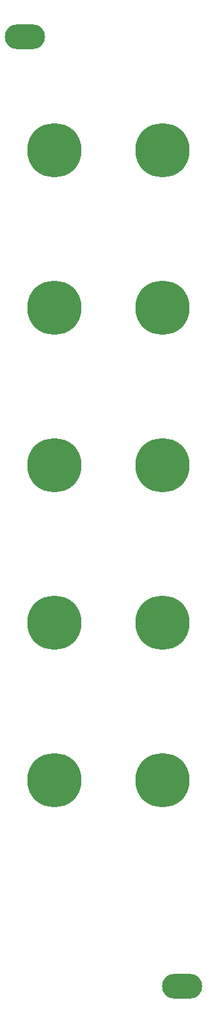
<source format=gbr>
%TF.GenerationSoftware,KiCad,Pcbnew,8.0.1-8.0.1-1~ubuntu22.04.1*%
%TF.CreationDate,2024-04-11T21:20:56+02:00*%
%TF.ProjectId,HagiwoEurorackMixer_PanelOnly,48616769-776f-4457-9572-6f7261636b4d,rev?*%
%TF.SameCoordinates,Original*%
%TF.FileFunction,Soldermask,Bot*%
%TF.FilePolarity,Negative*%
%FSLAX46Y46*%
G04 Gerber Fmt 4.6, Leading zero omitted, Abs format (unit mm)*
G04 Created by KiCad (PCBNEW 8.0.1-8.0.1-1~ubuntu22.04.1) date 2024-04-11 21:20:56*
%MOMM*%
%LPD*%
G01*
G04 APERTURE LIST*
%ADD10C,7.000000*%
%ADD11O,5.200000X3.200000*%
G04 APERTURE END LIST*
D10*
%TO.C,REF\u002A\u002A*%
X113665000Y-73480000D03*
%TD*%
%TO.C,REF\u002A\u002A*%
X127635000Y-134440000D03*
%TD*%
%TO.C,REF\u002A\u002A*%
X127635000Y-93800000D03*
%TD*%
%TO.C,REF\u002A\u002A*%
X127635000Y-73480000D03*
%TD*%
D11*
%TO.C,REF\u002A\u002A*%
X109855000Y-38557200D03*
%TD*%
D10*
%TO.C,REF\u002A\u002A*%
X113665000Y-114120000D03*
%TD*%
%TO.C,REF\u002A\u002A*%
X127635000Y-114120000D03*
%TD*%
%TO.C,REF\u002A\u002A*%
X113665000Y-93800000D03*
%TD*%
D11*
%TO.C,REF\u002A\u002A*%
X130175000Y-161061400D03*
%TD*%
D10*
%TO.C,REF\u002A\u002A*%
X113665000Y-53160000D03*
%TD*%
%TO.C,REF\u002A\u002A*%
X127635000Y-53160000D03*
%TD*%
%TO.C,REF\u002A\u002A*%
X113665000Y-134440000D03*
%TD*%
M02*

</source>
